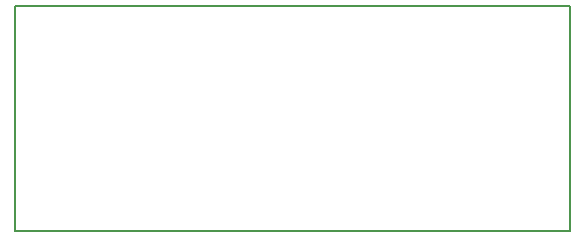
<source format=gbr>
G04 #@! TF.FileFunction,Profile,NP*
%FSLAX46Y46*%
G04 Gerber Fmt 4.6, Leading zero omitted, Abs format (unit mm)*
G04 Created by KiCad (PCBNEW 4.0.4-stable) date 12/09/17 21:43:03*
%MOMM*%
%LPD*%
G01*
G04 APERTURE LIST*
%ADD10C,0.100000*%
%ADD11C,0.150000*%
G04 APERTURE END LIST*
D10*
D11*
X114935000Y-88265000D02*
X114935000Y-69215000D01*
X161925000Y-88265000D02*
X114935000Y-88265000D01*
X161925000Y-69215000D02*
X161925000Y-88265000D01*
X114935000Y-69215000D02*
X161925000Y-69215000D01*
M02*

</source>
